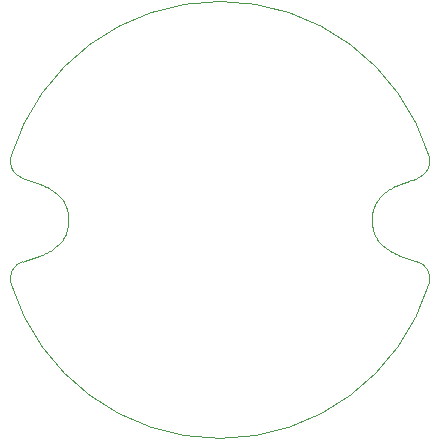
<source format=gbr>
G04 #@! TF.GenerationSoftware,KiCad,Pcbnew,(5.1.8)-1*
G04 #@! TF.CreationDate,2020-11-22T23:20:16-08:00*
G04 #@! TF.ProjectId,Thruster_Controller_V2,54687275-7374-4657-925f-436f6e74726f,rev?*
G04 #@! TF.SameCoordinates,Original*
G04 #@! TF.FileFunction,Profile,NP*
%FSLAX46Y46*%
G04 Gerber Fmt 4.6, Leading zero omitted, Abs format (unit mm)*
G04 Created by KiCad (PCBNEW (5.1.8)-1) date 2020-11-22 23:20:16*
%MOMM*%
%LPD*%
G01*
G04 APERTURE LIST*
G04 #@! TA.AperFunction,Profile*
%ADD10C,0.100000*%
G04 #@! TD*
G04 APERTURE END LIST*
D10*
X112939482Y-99035960D02*
X112913803Y-98917709D01*
X112913803Y-98917709D02*
X112892426Y-98796598D01*
X112892426Y-98796598D02*
X112875372Y-98673427D01*
X112875372Y-98673427D02*
X112864855Y-98573944D01*
X112864855Y-98573944D02*
X112857129Y-98474063D01*
X112857129Y-98474063D02*
X112851410Y-98349277D01*
X112851410Y-98349277D02*
X112850000Y-98250000D01*
X113201097Y-99711569D02*
X113149665Y-99614765D01*
X113149665Y-99614765D02*
X113102004Y-99514871D01*
X113102004Y-99514871D02*
X113058207Y-99411783D01*
X113058207Y-99411783D02*
X113018370Y-99305393D01*
X113018370Y-99305393D02*
X112982586Y-99195597D01*
X112982586Y-99195597D02*
X112950952Y-99082290D01*
X112950952Y-99082290D02*
X112939482Y-99035960D01*
X114126886Y-100701770D02*
X114023798Y-100627294D01*
X114023798Y-100627294D02*
X113923263Y-100549233D01*
X113923263Y-100549233D02*
X113825564Y-100467514D01*
X113825564Y-100467514D02*
X113730985Y-100382063D01*
X113730985Y-100382063D02*
X113639808Y-100292806D01*
X113639808Y-100292806D02*
X113552317Y-100199669D01*
X113552317Y-100199669D02*
X113468797Y-100102579D01*
X113468797Y-100102579D02*
X113389529Y-100001462D01*
X113389529Y-100001462D02*
X113314798Y-99896244D01*
X113314798Y-99896244D02*
X113244886Y-99786852D01*
X113244886Y-99786852D02*
X113201097Y-99711569D01*
X115350400Y-101321239D02*
X115227607Y-101273064D01*
X115227607Y-101273064D02*
X115106234Y-101223464D01*
X115106234Y-101223464D02*
X114986369Y-101172223D01*
X114986369Y-101172223D02*
X114868098Y-101119126D01*
X114868098Y-101119126D02*
X114751511Y-101063957D01*
X114751511Y-101063957D02*
X114636695Y-101006499D01*
X114636695Y-101006499D02*
X114523738Y-100946538D01*
X114523738Y-100946538D02*
X114412727Y-100883857D01*
X114412727Y-100883857D02*
X114303751Y-100818240D01*
X114303751Y-100818240D02*
X114196898Y-100749472D01*
X114196898Y-100749472D02*
X114126886Y-100701770D01*
X116709919Y-101779744D02*
X116581416Y-101739321D01*
X116581416Y-101739321D02*
X116452656Y-101698658D01*
X116452656Y-101698658D02*
X116323801Y-101657654D01*
X116323801Y-101657654D02*
X116195017Y-101616209D01*
X116195017Y-101616209D02*
X116066467Y-101574223D01*
X116066467Y-101574223D02*
X115938317Y-101531595D01*
X115938317Y-101531595D02*
X115810731Y-101488225D01*
X115810731Y-101488225D02*
X115683874Y-101444013D01*
X115683874Y-101444013D02*
X115557909Y-101398860D01*
X115557909Y-101398860D02*
X115433002Y-101352664D01*
X115433002Y-101352664D02*
X115350400Y-101321239D01*
X116709919Y-101779744D02*
G75*
G02*
X117694830Y-103648424I-449805J-1430970D01*
G01*
X117694831Y-103648425D02*
G75*
G02*
X82305169Y-103648424I-17694831J5398425D01*
G01*
X82305169Y-103648424D02*
G75*
G02*
X83290080Y-101779744I1434716J437710D01*
G01*
X84649599Y-101321239D02*
X84525488Y-101368185D01*
X84525488Y-101368185D02*
X84400210Y-101414022D01*
X84400210Y-101414022D02*
X84273929Y-101458850D01*
X84273929Y-101458850D02*
X84146811Y-101502770D01*
X84146811Y-101502770D02*
X84019019Y-101545881D01*
X84019019Y-101545881D02*
X83890717Y-101588284D01*
X83890717Y-101588284D02*
X83762071Y-101630079D01*
X83762071Y-101630079D02*
X83633245Y-101671366D01*
X83633245Y-101671366D02*
X83504404Y-101712246D01*
X83504404Y-101712246D02*
X83375711Y-101752817D01*
X83375711Y-101752817D02*
X83290080Y-101779744D01*
X85873113Y-100701770D02*
X85767723Y-100772758D01*
X85767723Y-100772758D02*
X85660153Y-100840452D01*
X85660153Y-100840452D02*
X85550489Y-100905066D01*
X85550489Y-100905066D02*
X85438820Y-100966816D01*
X85438820Y-100966816D02*
X85325233Y-101025919D01*
X85325233Y-101025919D02*
X85209817Y-101082590D01*
X85209817Y-101082590D02*
X85092659Y-101137045D01*
X85092659Y-101137045D02*
X84973847Y-101189499D01*
X84973847Y-101189499D02*
X84853469Y-101240169D01*
X84853469Y-101240169D02*
X84731613Y-101289270D01*
X84731613Y-101289270D02*
X84649599Y-101321239D01*
X86798902Y-99711569D02*
X86732361Y-99823785D01*
X86732361Y-99823785D02*
X86660812Y-99931777D01*
X86660812Y-99931777D02*
X86584537Y-100035620D01*
X86584537Y-100035620D02*
X86503820Y-100135386D01*
X86503820Y-100135386D02*
X86418944Y-100231150D01*
X86418944Y-100231150D02*
X86330193Y-100322985D01*
X86330193Y-100322985D02*
X86237851Y-100410966D01*
X86237851Y-100410966D02*
X86142200Y-100495165D01*
X86142200Y-100495165D02*
X86043524Y-100575656D01*
X86043524Y-100575656D02*
X85942107Y-100652514D01*
X85942107Y-100652514D02*
X85873113Y-100701770D01*
X87060517Y-99035960D02*
X87030568Y-99150701D01*
X87030568Y-99150701D02*
X86996433Y-99261889D01*
X86996433Y-99261889D02*
X86958206Y-99369629D01*
X86958206Y-99369629D02*
X86915982Y-99474025D01*
X86915982Y-99474025D02*
X86869855Y-99575184D01*
X86869855Y-99575184D02*
X86819920Y-99673211D01*
X86819920Y-99673211D02*
X86798902Y-99711569D01*
X87150000Y-98250000D02*
X87147796Y-98374195D01*
X87147796Y-98374195D02*
X87141201Y-98499048D01*
X87141201Y-98499048D02*
X87132775Y-98598868D01*
X87132775Y-98598868D02*
X87118325Y-98722891D01*
X87118325Y-98722891D02*
X87099539Y-98845334D01*
X87099539Y-98845334D02*
X87076439Y-98965397D01*
X87076439Y-98965397D02*
X87060517Y-99035960D01*
X87060517Y-97464039D02*
X87086195Y-97582289D01*
X87086195Y-97582289D02*
X87107572Y-97703400D01*
X87107572Y-97703400D02*
X87124626Y-97826571D01*
X87124626Y-97826571D02*
X87135143Y-97926054D01*
X87135143Y-97926054D02*
X87142870Y-98025935D01*
X87142870Y-98025935D02*
X87148589Y-98150721D01*
X87148589Y-98150721D02*
X87150000Y-98250000D01*
X86798902Y-96788430D02*
X86850333Y-96885233D01*
X86850333Y-96885233D02*
X86897994Y-96985127D01*
X86897994Y-96985127D02*
X86941791Y-97088215D01*
X86941791Y-97088215D02*
X86981628Y-97194605D01*
X86981628Y-97194605D02*
X87017412Y-97304401D01*
X87017412Y-97304401D02*
X87049046Y-97417708D01*
X87049046Y-97417708D02*
X87060517Y-97464039D01*
X85873113Y-95798229D02*
X85976200Y-95872704D01*
X85976200Y-95872704D02*
X86076735Y-95950765D01*
X86076735Y-95950765D02*
X86174434Y-96032484D01*
X86174434Y-96032484D02*
X86269013Y-96117935D01*
X86269013Y-96117935D02*
X86360190Y-96207192D01*
X86360190Y-96207192D02*
X86447681Y-96300329D01*
X86447681Y-96300329D02*
X86531201Y-96397419D01*
X86531201Y-96397419D02*
X86610469Y-96498536D01*
X86610469Y-96498536D02*
X86685200Y-96603754D01*
X86685200Y-96603754D02*
X86755112Y-96713146D01*
X86755112Y-96713146D02*
X86798902Y-96788430D01*
X84649599Y-95178760D02*
X84772391Y-95226934D01*
X84772391Y-95226934D02*
X84893764Y-95276534D01*
X84893764Y-95276534D02*
X85013629Y-95327775D01*
X85013629Y-95327775D02*
X85131900Y-95380872D01*
X85131900Y-95380872D02*
X85248487Y-95436041D01*
X85248487Y-95436041D02*
X85363303Y-95493499D01*
X85363303Y-95493499D02*
X85476260Y-95553460D01*
X85476260Y-95553460D02*
X85587271Y-95616141D01*
X85587271Y-95616141D02*
X85696247Y-95681758D01*
X85696247Y-95681758D02*
X85803100Y-95750526D01*
X85803100Y-95750526D02*
X85873113Y-95798229D01*
X83290080Y-94720255D02*
X83418582Y-94760677D01*
X83418582Y-94760677D02*
X83547342Y-94801340D01*
X83547342Y-94801340D02*
X83676197Y-94842344D01*
X83676197Y-94842344D02*
X83804981Y-94883789D01*
X83804981Y-94883789D02*
X83933531Y-94925775D01*
X83933531Y-94925775D02*
X84061681Y-94968403D01*
X84061681Y-94968403D02*
X84189267Y-95011773D01*
X84189267Y-95011773D02*
X84316124Y-95055985D01*
X84316124Y-95055985D02*
X84442089Y-95101138D01*
X84442089Y-95101138D02*
X84566996Y-95147334D01*
X84566996Y-95147334D02*
X84649599Y-95178760D01*
X83290080Y-94720255D02*
G75*
G02*
X82305169Y-92851575I449805J1430970D01*
G01*
X82305170Y-92851577D02*
G75*
G02*
X117694830Y-92851575I17694830J-5398423D01*
G01*
X117694830Y-92851575D02*
G75*
G02*
X116709919Y-94720255I-1434716J-437710D01*
G01*
X115350400Y-95178760D02*
X115474510Y-95131813D01*
X115474510Y-95131813D02*
X115599788Y-95085976D01*
X115599788Y-95085976D02*
X115726069Y-95041148D01*
X115726069Y-95041148D02*
X115853187Y-94997228D01*
X115853187Y-94997228D02*
X115980979Y-94954117D01*
X115980979Y-94954117D02*
X116109281Y-94911714D01*
X116109281Y-94911714D02*
X116237927Y-94869919D01*
X116237927Y-94869919D02*
X116366753Y-94828632D01*
X116366753Y-94828632D02*
X116495594Y-94787752D01*
X116495594Y-94787752D02*
X116624287Y-94747181D01*
X116624287Y-94747181D02*
X116709919Y-94720255D01*
X114126886Y-95798229D02*
X114232275Y-95727240D01*
X114232275Y-95727240D02*
X114339845Y-95659546D01*
X114339845Y-95659546D02*
X114449509Y-95594932D01*
X114449509Y-95594932D02*
X114561178Y-95533182D01*
X114561178Y-95533182D02*
X114674765Y-95474079D01*
X114674765Y-95474079D02*
X114790181Y-95417408D01*
X114790181Y-95417408D02*
X114907339Y-95362953D01*
X114907339Y-95362953D02*
X115026151Y-95310499D01*
X115026151Y-95310499D02*
X115146529Y-95259829D01*
X115146529Y-95259829D02*
X115268385Y-95210728D01*
X115268385Y-95210728D02*
X115350400Y-95178760D01*
X113201097Y-96788430D02*
X113267637Y-96676213D01*
X113267637Y-96676213D02*
X113339186Y-96568221D01*
X113339186Y-96568221D02*
X113415461Y-96464378D01*
X113415461Y-96464378D02*
X113496178Y-96364612D01*
X113496178Y-96364612D02*
X113581054Y-96268848D01*
X113581054Y-96268848D02*
X113669805Y-96177013D01*
X113669805Y-96177013D02*
X113762147Y-96089032D01*
X113762147Y-96089032D02*
X113857798Y-96004833D01*
X113857798Y-96004833D02*
X113956474Y-95924342D01*
X113956474Y-95924342D02*
X114057891Y-95847484D01*
X114057891Y-95847484D02*
X114126886Y-95798229D01*
X112939482Y-97464039D02*
X112969430Y-97349297D01*
X112969430Y-97349297D02*
X113003565Y-97238109D01*
X113003565Y-97238109D02*
X113041792Y-97130369D01*
X113041792Y-97130369D02*
X113084016Y-97025973D01*
X113084016Y-97025973D02*
X113130143Y-96924814D01*
X113130143Y-96924814D02*
X113180078Y-96826787D01*
X113180078Y-96826787D02*
X113201097Y-96788430D01*
X112850000Y-98250000D02*
X112852203Y-98125804D01*
X112852203Y-98125804D02*
X112858798Y-98000950D01*
X112858798Y-98000950D02*
X112867223Y-97901130D01*
X112867223Y-97901130D02*
X112881674Y-97777107D01*
X112881674Y-97777107D02*
X112900459Y-97654664D01*
X112900459Y-97654664D02*
X112923559Y-97534601D01*
X112923559Y-97534601D02*
X112939482Y-97464039D01*
M02*

</source>
